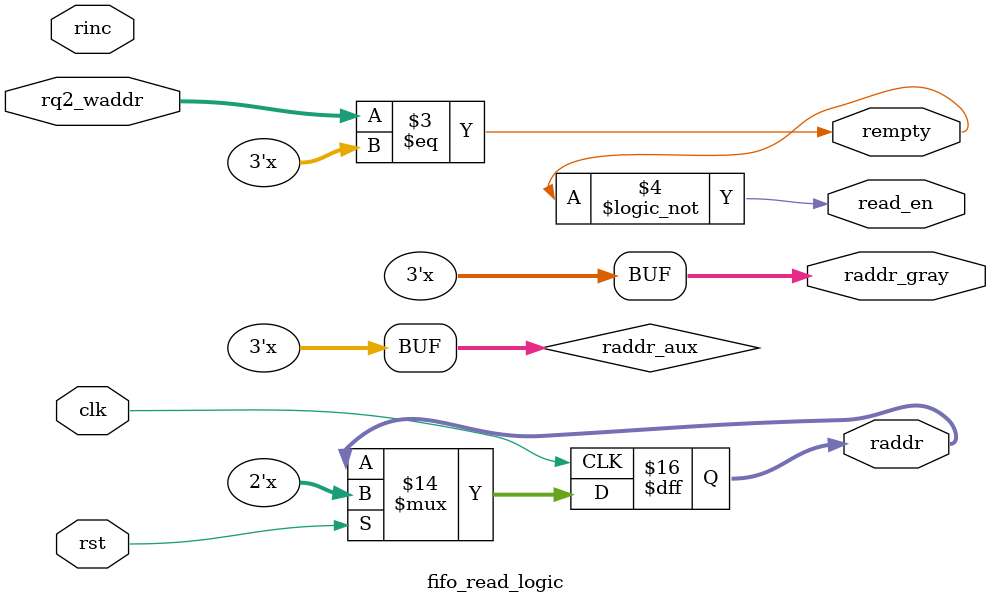
<source format=v>

module fifo_read_logic #(parameter PTR_SZ = 2)
			(input clk, rst,
			 input rinc,
			 input [PTR_SZ:0] rq2_waddr,
			 output rempty, read_en,
			 output reg [(PTR_SZ-1):0] raddr,
			 output [PTR_SZ:0] raddr_gray
);
  reg [PTR_SZ:0] raddr_aux;

  assign raddr_gray = (raddr_aux >> 1) ^ raddr_aux;
  assign rempty = (rq2_waddr == raddr_gray);
  assign read_en = !rempty;

  always @(rinc)
  begin
    if (rinc && !rempty) raddr_aux = raddr_aux + 1;
  end

  always @(posedge clk or negedge rst)
  begin
      if (!rst) raddr_aux = 0;
      else raddr = raddr_aux[(PTR_SZ-1):0];
  end

endmodule

</source>
